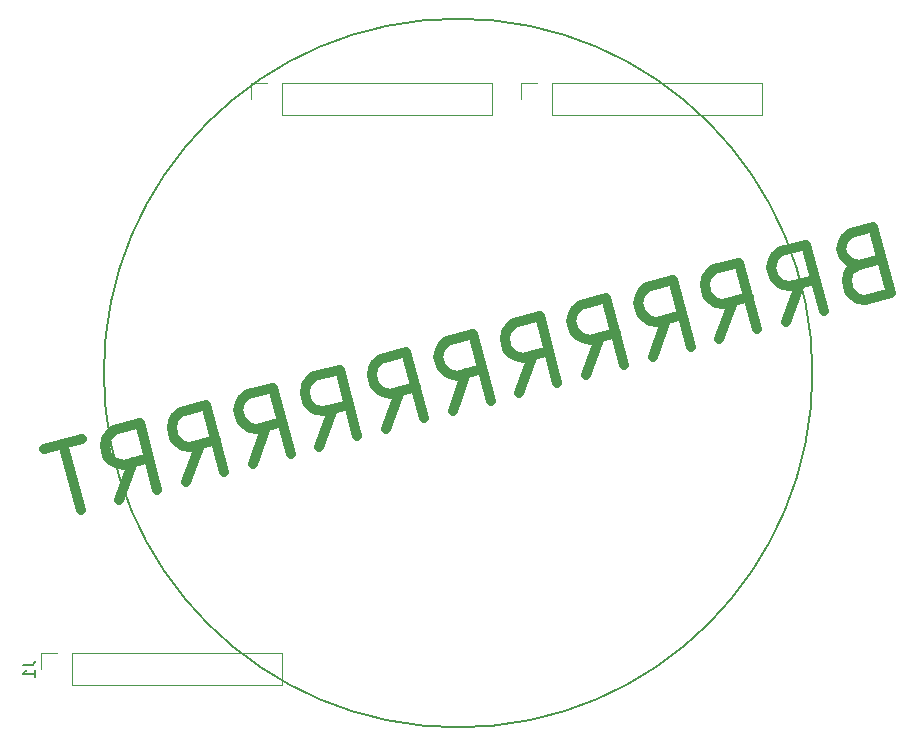
<source format=gbr>
%TF.GenerationSoftware,KiCad,Pcbnew,(6.0.7)*%
%TF.CreationDate,2022-08-17T13:42:15+03:00*%
%TF.ProjectId,Master Shield,4d617374-6572-4205-9368-69656c642e6b,1*%
%TF.SameCoordinates,Original*%
%TF.FileFunction,Legend,Bot*%
%TF.FilePolarity,Positive*%
%FSLAX46Y46*%
G04 Gerber Fmt 4.6, Leading zero omitted, Abs format (unit mm)*
G04 Created by KiCad (PCBNEW (6.0.7)) date 2022-08-17 13:42:15*
%MOMM*%
%LPD*%
G01*
G04 APERTURE LIST*
%ADD10C,0.150000*%
%ADD11C,0.812800*%
%ADD12C,0.120000*%
G04 APERTURE END LIST*
D10*
X91925000Y27610000D02*
G75*
G03*
X91925000Y27610000I-30000000J0D01*
G01*
D11*
X95869785Y36797189D02*
X95135652Y36312474D01*
X94938941Y35971762D01*
X94814232Y35362338D01*
X95030235Y34556204D01*
X95442948Y34090782D01*
X95783660Y33894072D01*
X96393084Y33769363D01*
X98542775Y34345371D01*
X97030754Y39988309D01*
X95149775Y39484302D01*
X94684353Y39071589D01*
X94487643Y38730877D01*
X94362933Y38121453D01*
X94506935Y37584030D01*
X94919649Y37118608D01*
X95260361Y36921898D01*
X95869785Y36797189D01*
X97750764Y37301196D01*
X89675300Y31969338D02*
X90836270Y35160459D01*
X92899836Y32833350D02*
X91387816Y38476288D01*
X89238125Y37900281D01*
X88772703Y37487567D01*
X88575993Y37146855D01*
X88451283Y36537431D01*
X88667286Y35731297D01*
X89079999Y35265875D01*
X89420712Y35069165D01*
X90030136Y34944456D01*
X92179826Y35520463D01*
X84032361Y30457317D02*
X85193331Y33648438D01*
X87256898Y31321329D02*
X85744877Y36964268D01*
X83595186Y36388260D01*
X83129764Y35975546D01*
X82933054Y35634834D01*
X82808344Y35025410D01*
X83024347Y34219276D01*
X83437061Y33753854D01*
X83777773Y33557144D01*
X84387197Y33432435D01*
X86536888Y34008443D01*
X78389423Y28945296D02*
X79550392Y32136417D01*
X81613959Y29809308D02*
X80101938Y35452247D01*
X77952247Y34876239D01*
X77486826Y34463525D01*
X77290115Y34122813D01*
X77165406Y33513389D01*
X77381409Y32707255D01*
X77794122Y32241834D01*
X78134834Y32045123D01*
X78744258Y31920414D01*
X80893949Y32496422D01*
X72746484Y27433275D02*
X73907454Y30624396D01*
X75971020Y28297287D02*
X74459000Y33940226D01*
X72309309Y33364218D01*
X71843887Y32951505D01*
X71647176Y32610792D01*
X71522467Y32001369D01*
X71738470Y31195234D01*
X72151183Y30729813D01*
X72491896Y30533102D01*
X73101320Y30408393D01*
X75251010Y30984401D01*
X67103545Y25921254D02*
X68264515Y29112375D01*
X70328082Y26785266D02*
X68816061Y32428205D01*
X66666370Y31852197D01*
X66200948Y31439484D01*
X66004238Y31098771D01*
X65879528Y30489348D01*
X66095531Y29683214D01*
X66508245Y29217792D01*
X66848957Y29021081D01*
X67458381Y28896372D01*
X69608072Y29472380D01*
X61460607Y24409234D02*
X62621576Y27600354D01*
X64685143Y25273246D02*
X63173122Y30916184D01*
X61023431Y30340176D01*
X60558010Y29927463D01*
X60361299Y29586751D01*
X60236590Y28977327D01*
X60452593Y28171193D01*
X60865306Y27705771D01*
X61206018Y27509061D01*
X61815442Y27384351D01*
X63965133Y27960359D01*
X55817668Y22897213D02*
X56978638Y26088333D01*
X59042204Y23761225D02*
X57530183Y29404163D01*
X55380493Y28828155D01*
X54915071Y28415442D01*
X54718360Y28074730D01*
X54593651Y27465306D01*
X54809654Y26659172D01*
X55222367Y26193750D01*
X55563080Y25997040D01*
X56172503Y25872330D01*
X58322194Y26448338D01*
X50174729Y21385192D02*
X51335699Y24576312D01*
X53399266Y22249204D02*
X51887245Y27892142D01*
X49737554Y27316135D01*
X49272132Y26903421D01*
X49075422Y26562709D01*
X48950712Y25953285D01*
X49166715Y25147151D01*
X49579429Y24681729D01*
X49920141Y24485019D01*
X50529565Y24360309D01*
X52679256Y24936317D01*
X44531791Y19873171D02*
X45692760Y23064292D01*
X47756327Y20737183D02*
X46244306Y26380122D01*
X44094615Y25804114D01*
X43629193Y25391400D01*
X43432483Y25050688D01*
X43307774Y24441264D01*
X43523777Y23635130D01*
X43936490Y23169708D01*
X44277202Y22972998D01*
X44886626Y22848289D01*
X47036317Y23424297D01*
X38888852Y18361150D02*
X40049822Y21552271D01*
X42113388Y19225162D02*
X40601367Y24868101D01*
X38451677Y24292093D01*
X37986255Y23879379D01*
X37789544Y23538667D01*
X37664835Y22929243D01*
X37880838Y22123109D01*
X38293551Y21657688D01*
X38634264Y21460977D01*
X39243687Y21336268D01*
X41393378Y21912276D01*
X33245913Y16849129D02*
X34406883Y20040250D01*
X36470450Y17713141D02*
X34958429Y23356080D01*
X32808738Y22780072D01*
X32343316Y22367359D01*
X32146606Y22026646D01*
X32021896Y21417222D01*
X32237899Y20611088D01*
X32650613Y20145667D01*
X32991325Y19948956D01*
X33600749Y19824247D01*
X35750440Y20400255D01*
X30121624Y22060062D02*
X26897088Y21196050D01*
X30021377Y15985117D02*
X28509356Y21628056D01*
D10*
%TO.C,J1*%
X25062380Y2873334D02*
X25776666Y2873334D01*
X25919523Y2920953D01*
X26014761Y3016191D01*
X26062380Y3159048D01*
X26062380Y3254286D01*
X26062380Y1873334D02*
X26062380Y2444762D01*
X26062380Y2159048D02*
X25062380Y2159048D01*
X25205238Y2254286D01*
X25300476Y2349524D01*
X25348095Y2444762D01*
D12*
X47050000Y3870000D02*
X47050000Y1210000D01*
X29210000Y3870000D02*
X47050000Y3870000D01*
X29210000Y1210000D02*
X47050000Y1210000D01*
X29210000Y3870000D02*
X29210000Y1210000D01*
X27940000Y3870000D02*
X26610000Y3870000D01*
X26610000Y3870000D02*
X26610000Y2540000D01*
%TO.C,J2*%
X46990000Y52130000D02*
X64830000Y52130000D01*
X45720000Y52130000D02*
X44390000Y52130000D01*
X44390000Y52130000D02*
X44390000Y50800000D01*
X46990000Y49470000D02*
X64830000Y49470000D01*
X64830000Y52130000D02*
X64830000Y49470000D01*
X46990000Y52130000D02*
X46990000Y49470000D01*
%TO.C,J3*%
X69850000Y49470000D02*
X87690000Y49470000D01*
X87690000Y52130000D02*
X87690000Y49470000D01*
X67250000Y52130000D02*
X67250000Y50800000D01*
X68580000Y52130000D02*
X67250000Y52130000D01*
X69850000Y52130000D02*
X87690000Y52130000D01*
X69850000Y52130000D02*
X69850000Y49470000D01*
%TD*%
M02*

</source>
